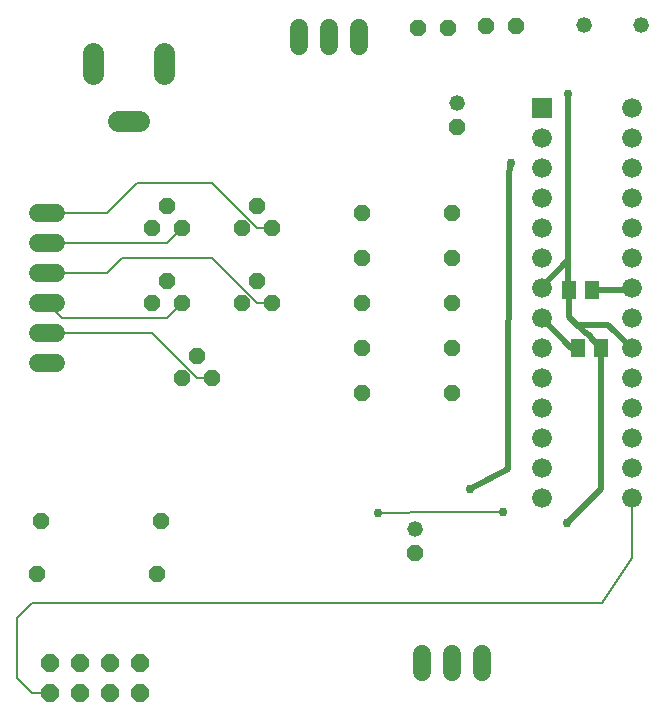
<source format=gbr>
G04 EAGLE Gerber X2 export*
%TF.Part,Single*%
%TF.FileFunction,Copper,L2,Bot,Mixed*%
%TF.FilePolarity,Positive*%
%TF.GenerationSoftware,Autodesk,EAGLE,9.0.1*%
%TF.CreationDate,2018-05-13T22:07:24Z*%
G75*
%MOMM*%
%FSLAX34Y34*%
%LPD*%
%AMOC8*
5,1,8,0,0,1.08239X$1,22.5*%
G01*
%ADD10P,1.429621X8X22.500000*%
%ADD11P,1.429621X8X202.500000*%
%ADD12C,1.524000*%
%ADD13C,1.320800*%
%ADD14R,1.676400X1.676400*%
%ADD15C,1.676400*%
%ADD16P,1.649562X8X22.500000*%
%ADD17C,1.778000*%
%ADD18R,1.300000X1.500000*%
%ADD19P,1.429621X8X292.500000*%
%ADD20C,0.152400*%
%ADD21C,0.508000*%
%ADD22C,0.756400*%


D10*
X409956Y616102D03*
X435356Y616102D03*
D11*
X377952Y614578D03*
X352552Y614578D03*
D12*
X251460Y614477D02*
X251460Y599237D01*
X276860Y599237D02*
X276860Y614477D01*
X302260Y614477D02*
X302260Y599237D01*
X355600Y83820D02*
X355600Y68580D01*
X381000Y68580D02*
X381000Y83820D01*
X406400Y83820D02*
X406400Y68580D01*
X45720Y457200D02*
X30480Y457200D01*
X30480Y431800D02*
X45720Y431800D01*
X45720Y406400D02*
X30480Y406400D01*
X30480Y381000D02*
X45720Y381000D01*
X45720Y355600D02*
X30480Y355600D01*
X30480Y330200D02*
X45720Y330200D01*
D10*
X228600Y444500D03*
X215900Y463550D03*
X203200Y444500D03*
D11*
X381000Y457200D03*
X304800Y457200D03*
D10*
X152400Y444500D03*
X139700Y463550D03*
X127000Y444500D03*
D11*
X381000Y419100D03*
X304800Y419100D03*
D10*
X228600Y381000D03*
X215900Y400050D03*
X203200Y381000D03*
D11*
X381000Y381000D03*
X304800Y381000D03*
D10*
X152400Y381000D03*
X139700Y400050D03*
X127000Y381000D03*
D11*
X381000Y342900D03*
X304800Y342900D03*
D10*
X177800Y317500D03*
X165100Y336550D03*
X152400Y317500D03*
D11*
X381000Y304800D03*
X304800Y304800D03*
D13*
X493014Y616407D03*
X541274Y616407D03*
D10*
X30175Y151587D03*
X131775Y151587D03*
D11*
X134722Y196698D03*
X33122Y196698D03*
D14*
X457200Y546100D03*
D15*
X457200Y520700D03*
X457200Y495300D03*
X457200Y469900D03*
X457200Y444500D03*
X457200Y419100D03*
X457200Y393700D03*
X457200Y368300D03*
X457200Y342900D03*
X457200Y317500D03*
X457200Y292100D03*
X457200Y266700D03*
X457200Y241300D03*
X457200Y215900D03*
X533400Y215900D03*
X533400Y241300D03*
X533400Y266700D03*
X533400Y292100D03*
X533400Y317500D03*
X533400Y342900D03*
X533400Y368300D03*
X533400Y393700D03*
X533400Y419100D03*
X533400Y444500D03*
X533400Y469900D03*
X533400Y495300D03*
X533400Y520700D03*
X533400Y546100D03*
D16*
X41250Y51105D03*
X41250Y76505D03*
X66650Y51105D03*
X66650Y76505D03*
X92050Y51105D03*
X92050Y76505D03*
X117450Y51105D03*
X117450Y76505D03*
D17*
X77000Y575310D02*
X77000Y593090D01*
X137000Y593090D02*
X137000Y575310D01*
X116390Y535200D02*
X98610Y535200D01*
D18*
X507035Y343408D03*
X488035Y343408D03*
D19*
X349809Y169875D03*
D13*
X349809Y190195D03*
D19*
X385877Y530352D03*
D13*
X385877Y550672D03*
D18*
X480618Y392786D03*
X499618Y392786D03*
D20*
X228600Y444500D02*
X215900Y444500D01*
X114300Y482600D02*
X88900Y457200D01*
X38100Y457200D01*
X177800Y482600D02*
X215900Y444500D01*
X177800Y482600D02*
X114300Y482600D01*
X152400Y444500D02*
X139700Y431800D01*
X38100Y431800D01*
X215900Y381000D02*
X228600Y381000D01*
X215900Y381000D02*
X177800Y419100D01*
X101600Y419100D01*
X88900Y406400D01*
X38100Y406400D01*
X139700Y368300D02*
X152400Y381000D01*
X50800Y368300D02*
X38100Y381000D01*
X50800Y368300D02*
X139700Y368300D01*
X165100Y317500D02*
X177800Y317500D01*
X165100Y317500D02*
X127000Y355600D01*
X38100Y355600D01*
D21*
X482092Y343408D02*
X488035Y343408D01*
X482092Y343408D02*
X457200Y368300D01*
X499618Y392786D02*
X532486Y392786D01*
X533400Y393700D01*
D22*
X479654Y558190D03*
X478942Y195478D03*
D21*
X507035Y223571D01*
X480618Y392786D02*
X479654Y393750D01*
X479654Y417678D02*
X479654Y558190D01*
X479654Y417678D02*
X479654Y393750D01*
X480618Y392786D02*
X480618Y369825D01*
X487299Y363144D01*
X495471Y354972D01*
X496219Y354972D01*
X498599Y352591D01*
X498599Y351844D01*
X507035Y343408D01*
X513156Y363144D02*
X487299Y363144D01*
X513156Y363144D02*
X533400Y342900D01*
X507035Y343408D02*
X507035Y223571D01*
X457200Y395224D02*
X479654Y417678D01*
X457200Y395224D02*
X457200Y393700D01*
D20*
X41250Y51105D02*
X25400Y50800D01*
X12700Y63500D01*
X12700Y114300D01*
X25400Y127000D01*
X508000Y127000D01*
X533400Y165100D01*
X533400Y215900D01*
D22*
X424688Y204622D03*
D20*
X372466Y204521D01*
X318516Y203911D01*
D22*
X318516Y203911D03*
X396443Y223825D03*
D21*
X428650Y240995D01*
X429768Y491642D01*
X431292Y499872D01*
D22*
X431292Y499872D03*
M02*

</source>
